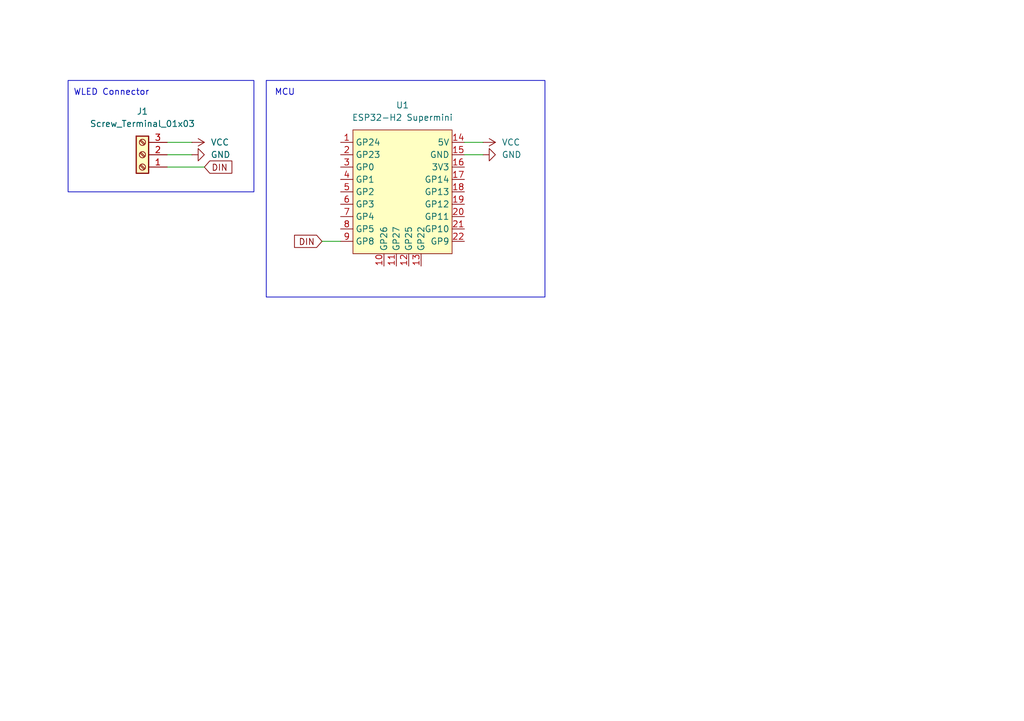
<source format=kicad_sch>
(kicad_sch (version 20231120) (generator "eeschema") (generator_version "8.0")
  (paper "A5")
  (title_block (title "TB Hotel Control Board") (rev "1.0") (company "mars3142"))
  (lib_symbols
    (symbol "Connector:Screw_Terminal_01x03" (pin_names (offset 1.016) hide)
      (property "Reference" "J" (at 0 5.08 0))
      (property "Value" "Screw_Terminal_01x03" (at 0 -5.08 0))
      (symbol "Screw_Terminal_01x03_1_1"
        (rectangle (start -1.27 3.81) (end 1.27 -3.81) (stroke (width 0.254)) (fill (type background)))
        (circle (center 0 -2.54) (radius 0.635) (stroke (width 0.1524)))
        (polyline (pts (xy -0.5334 -2.2098) (xy 0.3302 -3.048)) (stroke (width 0.1524)))
        (polyline (pts (xy -0.5334 0.3302) (xy 0.3302 -0.508)) (stroke (width 0.1524)))
        (polyline (pts (xy -0.5334 2.8702) (xy 0.3302 2.032)) (stroke (width 0.1524)))
        (polyline (pts (xy -0.3556 -2.032) (xy 0.508 -2.8702)) (stroke (width 0.1524)))
        (polyline (pts (xy -0.3556 0.508) (xy 0.508 -0.3302)) (stroke (width 0.1524)))
        (polyline (pts (xy -0.3556 3.048) (xy 0.508 2.2098)) (stroke (width 0.1524)))
        (circle (center 0 0) (radius 0.635) (stroke (width 0.1524)))
        (circle (center 0 2.54) (radius 0.635) (stroke (width 0.1524)))
        (pin passive line (at -5.08 2.54 0) (length 3.81) (name "Pin_1") (number "1"))
        (pin passive line (at -5.08 0 0) (length 3.81) (name "Pin_2") (number "2"))
        (pin passive line (at -5.08 -2.54 0) (length 3.81) (name "Pin_3") (number "3"))
      )
    )
    (symbol "MCU_Espressif:ESP32-H2-Supermini"
      (property "Reference" "U" (at -9.144 13.97 0))
      (property "Value" "ESP32-H2" (at 5.334 13.97 0))
      (symbol "ESP32-H2-Supermini_0_1"
        (rectangle (start -10.16 12.7) (end 10.16 -12.7) (fill (type background)))
      )
      (symbol "ESP32-H2-Supermini_1_0"
        (pin bidirectional line (at -3.81 -15.24 90) (length 2.54) (name "GP26") (number "10"))
        (pin bidirectional line (at -1.27 -15.24 90) (length 2.54) (name "GP27") (number "11"))
        (pin bidirectional line (at 1.27 -15.24 90) (length 2.54) (name "GP25") (number "12"))
        (pin bidirectional line (at 3.81 -15.24 90) (length 2.54) (name "GP22") (number "13"))
        (pin bidirectional line (at 12.7 10.16 180) (length 2.54) (name "5V") (number "14"))
        (pin bidirectional line (at 12.7 7.62 180) (length 2.54) (name "GND") (number "15"))
        (pin bidirectional line (at 12.7 5.08 180) (length 2.54) (name "3V3") (number "16"))
        (pin bidirectional line (at 12.7 2.54 180) (length 2.54) (name "GP14") (number "17"))
        (pin bidirectional line (at 12.7 0 180) (length 2.54) (name "GP13") (number "18"))
        (pin bidirectional line (at 12.7 -2.54 180) (length 2.54) (name "GP12") (number "19"))
        (pin bidirectional line (at -12.7 7.62 0) (length 2.54) (name "GP23") (number "2"))
        (pin bidirectional line (at 12.7 -5.08 180) (length 2.54) (name "GP11") (number "20"))
        (pin bidirectional line (at 12.7 -7.62 180) (length 2.54) (name "GP10") (number "21"))
        (pin bidirectional line (at 12.7 -10.16 180) (length 2.54) (name "GP9") (number "22"))
        (pin bidirectional line (at -12.7 5.08 0) (length 2.54) (name "GP0") (number "3"))
        (pin bidirectional line (at -12.7 2.54 0) (length 2.54) (name "GP1") (number "4"))
        (pin bidirectional line (at -12.7 0 0) (length 2.54) (name "GP2") (number "5"))
        (pin bidirectional line (at -12.7 -2.54 0) (length 2.54) (name "GP3") (number "6"))
        (pin bidirectional line (at -12.7 -5.08 0) (length 2.54) (name "GP4") (number "7"))
        (pin bidirectional line (at -12.7 -7.62 0) (length 2.54) (name "GP5") (number "8"))
        (pin bidirectional line (at -12.7 -10.16 0) (length 2.54) (name "GP8") (number "9"))
      )
      (symbol "ESP32-H2-Supermini_1_1"
        (pin bidirectional line (at -12.7 10.16 0) (length 2.54) (name "GP24") (number "1"))
      )
    )
    (symbol "power:GND" (power) (pin_numbers hide) (pin_names (offset 0) hide)
      (property "Value" "GND" (at 0 -3.81 0))
      (symbol "GND_0_1"
        (polyline (pts (xy 0 0) (xy 0 -1.27) (xy 1.27 -1.27) (xy 0 -2.54) (xy -1.27 -1.27) (xy 0 -1.27)))
      )
      (symbol "GND_1_1"
        (pin power_in line (at 0 0 270) (length 0) (name "~") (number "1"))
      )
    )
    (symbol "power:VCC" (power) (pin_numbers hide) (pin_names (offset 0) hide)
      (property "Value" "VCC" (at 0 3.556 0))
      (symbol "VCC_0_1"
        (polyline (pts (xy -0.762 1.27) (xy 0 2.54)))
        (polyline (pts (xy 0 0) (xy 0 2.54)))
        (polyline (pts (xy 0 2.54) (xy 0.762 1.27)))
      )
      (symbol "VCC_1_1"
        (pin power_in line (at 0 0 90) (length 0) (name "~") (number "1"))
      )
    )
  )
  (wire (pts (xy 66.04 49.53) (xy 69.85 49.53)))
  (wire (pts (xy 95.25 29.21) (xy 99.06 29.21)))
  (wire (pts (xy 34.29 31.75) (xy 39.37 31.75)))
  (wire (pts (xy 34.29 29.21) (xy 39.37 29.21)))
  (wire (pts (xy 95.25 31.75) (xy 99.06 31.75)))
  (wire (pts (xy 34.29 34.29) (xy 41.91 34.29)))
  (rectangle (start 13.97 16.51) (end 52.07 39.37))
  (rectangle (start 54.61 16.51) (end 111.76 60.96))
  (text "WLED Connector" (at 22.86 19.05 0) (effects (font (size 1.27 1.27))))
  (text "MCU" (at 58.42 19.05 0) (effects (font (size 1.27 1.27))))
  (global_label "DIN" (shape input) (at 66.04 49.53 180) (property "Intersheetrefs" "${INTERSHEET_REFS}" (effects (hide yes))))
  (global_label "DIN" (shape input) (at 41.91 34.29 0) (property "Intersheetrefs" "${INTERSHEET_REFS}" (effects (hide yes))))
  (symbol (lib_id "Connector:Screw_Terminal_01x03") (at 29.21 31.75 180) (unit 1)
    (property "Reference" "J1" (at 29.21 22.86 0))
    (property "Value" "Screw_Terminal_01x03" (at 29.21 25.4 0))
    (property "Description" "Generic screw terminal, single row, 01x03, script generated (kicad-library-utils/schlib/autogen/connector/)" (effects (hide yes)))
  )
  (symbol (lib_id "power:VCC") (at 99.06 29.21 270) (unit 1)
    (property "Reference" "#PWR02" (effects (hide yes)))
    (property "Value" "VCC" (at 102.87 29.2099 90) (effects (justify left)))
    (property "Description" "Power symbol creates a global label with name \"VCC\"" (effects (hide yes)))
  )
  (symbol (lib_id "power:GND") (at 99.06 31.75 90) (unit 1)
    (property "Reference" "#PWR04" (effects (hide yes)))
    (property "Value" "GND" (at 102.87 31.7499 90) (effects (justify right)))
    (property "Description" "Power symbol creates a global label with name \"GND\" , ground" (effects (hide yes)))
  )
  (symbol (lib_id "MCU_Espressif:ESP32-H2-Supermini") (at 82.55 39.37 0) (unit 1)
    (property "Reference" "U1" (at 82.55 21.59 0))
    (property "Value" "ESP32-H2 Supermini" (at 82.55 24.13 0))
    (property "Datasheet" "https://www.espressif.com/sites/default/files/documentation/esp32-h2_datasheet_en.pdf" (effects (hide yes)))
  )
  (symbol (lib_id "power:VCC") (at 39.37 29.21 270) (unit 1)
    (property "Reference" "#PWR01" (effects (hide yes)))
    (property "Value" "VCC" (at 43.18 29.2099 90) (effects (justify left)))
    (property "Description" "Power symbol creates a global label with name \"VCC\"" (effects (hide yes)))
  )
  (symbol (lib_id "power:GND") (at 39.37 31.75 90) (unit 1)
    (property "Reference" "#PWR03" (effects (hide yes)))
    (property "Value" "GND" (at 43.18 31.7499 90) (effects (justify right)))
    (property "Description" "Power symbol creates a global label with name \"GND\" , ground" (effects (hide yes)))
  )
)
</source>
